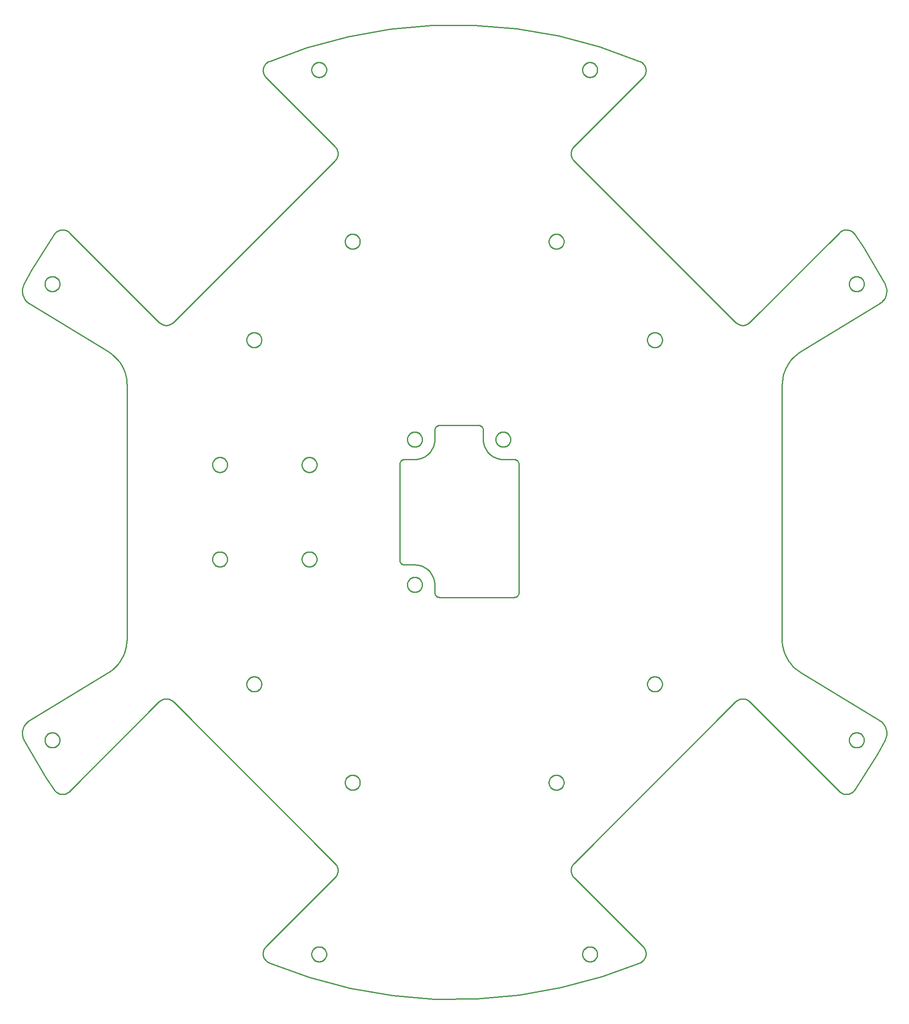
<source format=gbr>
G04 EAGLE Gerber RS-274X export*
G75*
%MOMM*%
%FSLAX34Y34*%
%LPD*%
%IN*%
%IPPOS*%
%AMOC8*
5,1,8,0,0,1.08239X$1,22.5*%
G01*
%ADD10C,0.254000*%


D10*
X-866020Y-458690D02*
X-822751Y-532425D01*
X-804940Y-558990D01*
X-803883Y-560379D01*
X-802710Y-561670D01*
X-801428Y-562854D01*
X-800048Y-563922D01*
X-798580Y-564865D01*
X-797036Y-565677D01*
X-795427Y-566351D01*
X-793765Y-566883D01*
X-792063Y-567267D01*
X-790334Y-567502D01*
X-788591Y-567585D01*
X-786847Y-567516D01*
X-785116Y-567295D01*
X-783411Y-566925D01*
X-781745Y-566407D01*
X-780131Y-565745D01*
X-778580Y-564946D01*
X-777104Y-564014D01*
X-775716Y-562958D01*
X-774424Y-561784D01*
X-774370Y-561730D01*
X-593960Y-381320D01*
X-592673Y-380141D01*
X-591289Y-379079D01*
X-589817Y-378141D01*
X-588269Y-377335D01*
X-586657Y-376667D01*
X-584992Y-376143D01*
X-583289Y-375765D01*
X-581558Y-375537D01*
X-579815Y-375461D01*
X-578072Y-375537D01*
X-576341Y-375765D01*
X-574638Y-376143D01*
X-572973Y-376667D01*
X-571361Y-377335D01*
X-569813Y-378141D01*
X-568341Y-379079D01*
X-566957Y-380141D01*
X-565670Y-381320D01*
X-240400Y-706580D01*
X-239221Y-707867D01*
X-238159Y-709251D01*
X-237221Y-710723D01*
X-236415Y-712271D01*
X-235747Y-713883D01*
X-235223Y-715548D01*
X-234845Y-717251D01*
X-234617Y-718982D01*
X-234541Y-720725D01*
X-234617Y-722468D01*
X-234845Y-724199D01*
X-235223Y-725902D01*
X-235747Y-727567D01*
X-236415Y-729179D01*
X-237221Y-730727D01*
X-238159Y-732199D01*
X-239221Y-733583D01*
X-240400Y-734870D01*
X-379250Y-873720D01*
X-380429Y-875006D01*
X-381491Y-876390D01*
X-382429Y-877861D01*
X-383235Y-879409D01*
X-383903Y-881021D01*
X-384428Y-882684D01*
X-384806Y-884388D01*
X-385034Y-886117D01*
X-385111Y-887861D01*
X-385035Y-889604D01*
X-384807Y-891333D01*
X-384430Y-893037D01*
X-383906Y-894701D01*
X-383239Y-896313D01*
X-382433Y-897861D01*
X-381496Y-899332D01*
X-380434Y-900717D01*
X-379256Y-902003D01*
X-377970Y-903182D01*
X-376586Y-904245D01*
X-375114Y-905183D01*
X-373567Y-905988D01*
X-372720Y-906360D01*
X-292312Y-935396D01*
X-209679Y-957313D01*
X-125451Y-971945D01*
X-40267Y-979181D01*
X45223Y-978964D01*
X130368Y-971298D01*
X214522Y-956240D01*
X297042Y-933904D01*
X372720Y-906360D01*
X374303Y-905626D01*
X375816Y-904758D01*
X377248Y-903760D01*
X378587Y-902642D01*
X379824Y-901412D01*
X380948Y-900078D01*
X381953Y-898651D01*
X382829Y-897142D01*
X383570Y-895563D01*
X384170Y-893925D01*
X384626Y-892240D01*
X384933Y-890523D01*
X385089Y-888785D01*
X385094Y-887040D01*
X384946Y-885302D01*
X384647Y-883583D01*
X384199Y-881897D01*
X383607Y-880256D01*
X382873Y-878673D01*
X382004Y-877160D01*
X381007Y-875728D01*
X379889Y-874389D01*
X379250Y-873720D01*
X240400Y-734870D01*
X239221Y-733583D01*
X238159Y-732199D01*
X237221Y-730727D01*
X236415Y-729179D01*
X235747Y-727567D01*
X235223Y-725902D01*
X234845Y-724199D01*
X234617Y-722468D01*
X234541Y-720725D01*
X234617Y-718982D01*
X234845Y-717251D01*
X235223Y-715548D01*
X235747Y-713883D01*
X236415Y-712271D01*
X237221Y-710723D01*
X238159Y-709251D01*
X239221Y-707867D01*
X240400Y-706580D01*
X565670Y-381320D01*
X566957Y-380141D01*
X568341Y-379079D01*
X569813Y-378141D01*
X571361Y-377335D01*
X572973Y-376667D01*
X574638Y-376143D01*
X576341Y-375765D01*
X578072Y-375537D01*
X579815Y-375461D01*
X581558Y-375537D01*
X583289Y-375765D01*
X584992Y-376143D01*
X586657Y-376667D01*
X588269Y-377335D01*
X589817Y-378141D01*
X591289Y-379079D01*
X592673Y-380141D01*
X593960Y-381320D01*
X774370Y-561730D01*
X775657Y-562909D01*
X777041Y-563970D01*
X778513Y-564908D01*
X780061Y-565713D01*
X781673Y-566380D01*
X783337Y-566905D01*
X785041Y-567282D01*
X786771Y-567510D01*
X788514Y-567585D01*
X790257Y-567509D01*
X791987Y-567281D01*
X793691Y-566903D01*
X795355Y-566378D01*
X796966Y-565710D01*
X798514Y-564904D01*
X799985Y-563966D01*
X801369Y-562903D01*
X802656Y-561724D01*
X803834Y-560438D01*
X804896Y-559053D01*
X804940Y-558990D01*
X850592Y-486706D01*
X866020Y-458690D01*
X867143Y-456326D01*
X868055Y-453873D01*
X868751Y-451350D01*
X869224Y-448776D01*
X869470Y-446170D01*
X869489Y-443553D01*
X869279Y-440944D01*
X868843Y-438363D01*
X868183Y-435831D01*
X867306Y-433365D01*
X866217Y-430985D01*
X864924Y-428709D01*
X863438Y-426555D01*
X861770Y-424538D01*
X859933Y-422674D01*
X857940Y-420978D01*
X855807Y-419462D01*
X855070Y-419000D01*
X697430Y-323360D01*
X691626Y-319484D01*
X686183Y-315116D01*
X681141Y-310291D01*
X676538Y-305045D01*
X672410Y-299417D01*
X668789Y-293451D01*
X665701Y-287192D01*
X663170Y-280688D01*
X661216Y-273988D01*
X659853Y-267144D01*
X659092Y-260206D01*
X658920Y-254960D01*
X658920Y254960D01*
X659224Y261932D01*
X660135Y268852D01*
X661646Y275665D01*
X663745Y282322D01*
X666415Y288769D01*
X669638Y294960D01*
X673388Y300846D01*
X677636Y306383D01*
X682351Y311528D01*
X687497Y316243D01*
X693034Y320492D01*
X697430Y323360D01*
X855070Y419000D01*
X857246Y420454D01*
X859287Y422092D01*
X861178Y423902D01*
X862904Y425869D01*
X864452Y427980D01*
X865810Y430217D01*
X866967Y432565D01*
X867916Y435004D01*
X868648Y437516D01*
X869159Y440083D01*
X869444Y442685D01*
X869502Y445301D01*
X869331Y447913D01*
X868933Y450500D01*
X868311Y453042D01*
X867470Y455520D01*
X866416Y457916D01*
X866020Y458690D01*
X822751Y532425D01*
X804940Y558990D01*
X803883Y560379D01*
X802710Y561670D01*
X801428Y562854D01*
X800048Y563922D01*
X798580Y564865D01*
X797036Y565677D01*
X795427Y566351D01*
X793765Y566883D01*
X792063Y567267D01*
X790334Y567502D01*
X788591Y567585D01*
X786847Y567516D01*
X785116Y567295D01*
X783411Y566925D01*
X781745Y566407D01*
X780131Y565745D01*
X778580Y564946D01*
X777104Y564014D01*
X775716Y562958D01*
X774424Y561784D01*
X774370Y561730D01*
X593960Y381320D01*
X592673Y380141D01*
X591289Y379079D01*
X589817Y378141D01*
X588269Y377335D01*
X586657Y376667D01*
X584992Y376143D01*
X583289Y375765D01*
X581558Y375537D01*
X579815Y375461D01*
X578072Y375537D01*
X576341Y375765D01*
X574638Y376143D01*
X572973Y376667D01*
X571361Y377335D01*
X569813Y378141D01*
X568341Y379079D01*
X566957Y380141D01*
X565670Y381320D01*
X240400Y706580D01*
X239221Y707867D01*
X238159Y709251D01*
X237221Y710723D01*
X236415Y712271D01*
X235747Y713883D01*
X235223Y715548D01*
X234845Y717251D01*
X234617Y718982D01*
X234541Y720725D01*
X234617Y722468D01*
X234845Y724199D01*
X235223Y725902D01*
X235747Y727567D01*
X236415Y729179D01*
X237221Y730727D01*
X238159Y732199D01*
X239221Y733583D01*
X240400Y734870D01*
X379250Y873720D01*
X380429Y875006D01*
X381491Y876390D01*
X382429Y877861D01*
X383235Y879409D01*
X383903Y881021D01*
X384428Y882684D01*
X384806Y884388D01*
X385034Y886117D01*
X385111Y887861D01*
X385035Y889604D01*
X384807Y891333D01*
X384430Y893037D01*
X383906Y894701D01*
X383239Y896313D01*
X382433Y897861D01*
X381496Y899332D01*
X380434Y900717D01*
X379256Y902003D01*
X377970Y903182D01*
X376586Y904245D01*
X375114Y905183D01*
X373567Y905988D01*
X372720Y906360D01*
X292312Y935396D01*
X209679Y957313D01*
X125451Y971945D01*
X40267Y979181D01*
X-45223Y978964D01*
X-130368Y971298D01*
X-214522Y956240D01*
X-297042Y933904D01*
X-372720Y906360D01*
X-374303Y905626D01*
X-375816Y904758D01*
X-377248Y903760D01*
X-378587Y902642D01*
X-379824Y901412D01*
X-380948Y900078D01*
X-381953Y898651D01*
X-382829Y897142D01*
X-383570Y895563D01*
X-384170Y893925D01*
X-384626Y892240D01*
X-384933Y890523D01*
X-385089Y888785D01*
X-385094Y887040D01*
X-384946Y885302D01*
X-384647Y883583D01*
X-384199Y881897D01*
X-383607Y880256D01*
X-382873Y878673D01*
X-382004Y877160D01*
X-381007Y875728D01*
X-379889Y874389D01*
X-379250Y873720D01*
X-240400Y734870D01*
X-239221Y733583D01*
X-238159Y732199D01*
X-237221Y730727D01*
X-236415Y729179D01*
X-235747Y727567D01*
X-235223Y725902D01*
X-234845Y724199D01*
X-234617Y722468D01*
X-234541Y720725D01*
X-234617Y718982D01*
X-234845Y717251D01*
X-235223Y715548D01*
X-235747Y713883D01*
X-236415Y712271D01*
X-237221Y710723D01*
X-238159Y709251D01*
X-239221Y707867D01*
X-240400Y706580D01*
X-565670Y381320D01*
X-566957Y380141D01*
X-568341Y379079D01*
X-569813Y378141D01*
X-571361Y377335D01*
X-572973Y376667D01*
X-574638Y376143D01*
X-576341Y375765D01*
X-578072Y375537D01*
X-579815Y375461D01*
X-581558Y375537D01*
X-583289Y375765D01*
X-584992Y376143D01*
X-586657Y376667D01*
X-588269Y377335D01*
X-589817Y378141D01*
X-591289Y379079D01*
X-592673Y380141D01*
X-593960Y381320D01*
X-774370Y561730D01*
X-775657Y562909D01*
X-777041Y563970D01*
X-778513Y564908D01*
X-780061Y565713D01*
X-781673Y566380D01*
X-783337Y566905D01*
X-785041Y567282D01*
X-786771Y567510D01*
X-788514Y567585D01*
X-790257Y567509D01*
X-791987Y567281D01*
X-793691Y566903D01*
X-795355Y566378D01*
X-796966Y565710D01*
X-798514Y564904D01*
X-799985Y563966D01*
X-801369Y562903D01*
X-802656Y561724D01*
X-803834Y560438D01*
X-804896Y559053D01*
X-804940Y558990D01*
X-850592Y486706D01*
X-866020Y458690D01*
X-867143Y456326D01*
X-868055Y453873D01*
X-868751Y451350D01*
X-869224Y448776D01*
X-869470Y446170D01*
X-869489Y443553D01*
X-869279Y440944D01*
X-868843Y438363D01*
X-868183Y435831D01*
X-867306Y433365D01*
X-866217Y430985D01*
X-864924Y428709D01*
X-863438Y426555D01*
X-861770Y424538D01*
X-859933Y422674D01*
X-857940Y420978D01*
X-855807Y419462D01*
X-855070Y419000D01*
X-697430Y323360D01*
X-691626Y319484D01*
X-686183Y315116D01*
X-681141Y310291D01*
X-676538Y305045D01*
X-672410Y299417D01*
X-668789Y293451D01*
X-665701Y287192D01*
X-663170Y280688D01*
X-661216Y273988D01*
X-659853Y267144D01*
X-659092Y260206D01*
X-658920Y254960D01*
X-658920Y-254960D01*
X-659224Y-261932D01*
X-660135Y-268852D01*
X-661646Y-275665D01*
X-663745Y-282322D01*
X-666415Y-288769D01*
X-669638Y-294960D01*
X-673388Y-300846D01*
X-677636Y-306383D01*
X-682351Y-311528D01*
X-687497Y-316243D01*
X-693034Y-320492D01*
X-697430Y-323360D01*
X-855070Y-419000D01*
X-857246Y-420454D01*
X-859287Y-422092D01*
X-861178Y-423902D01*
X-862904Y-425869D01*
X-864452Y-427980D01*
X-865810Y-430217D01*
X-866967Y-432565D01*
X-867916Y-435004D01*
X-868648Y-437516D01*
X-869159Y-440083D01*
X-869444Y-442685D01*
X-869502Y-445301D01*
X-869331Y-447913D01*
X-868933Y-450500D01*
X-868311Y-453042D01*
X-867470Y-455520D01*
X-866416Y-457916D01*
X-866020Y-458690D01*
X-110330Y-96130D02*
X-110292Y-97002D01*
X-110178Y-97866D01*
X-109989Y-98718D01*
X-109727Y-99550D01*
X-109393Y-100356D01*
X-108990Y-101130D01*
X-108522Y-101866D01*
X-107990Y-102558D01*
X-107401Y-103201D01*
X-106758Y-103790D01*
X-106066Y-104322D01*
X-105330Y-104790D01*
X-104556Y-105193D01*
X-103750Y-105527D01*
X-102918Y-105789D01*
X-102066Y-105978D01*
X-101202Y-106092D01*
X-100330Y-106130D01*
X-79880Y-106130D01*
X-76394Y-106282D01*
X-72934Y-106738D01*
X-69527Y-107493D01*
X-66199Y-108542D01*
X-62975Y-109878D01*
X-59880Y-111489D01*
X-56937Y-113364D01*
X-54169Y-115488D01*
X-51596Y-117846D01*
X-49238Y-120419D01*
X-47114Y-123187D01*
X-45239Y-126130D01*
X-43628Y-129225D01*
X-42292Y-132449D01*
X-41243Y-135777D01*
X-40488Y-139184D01*
X-40032Y-142644D01*
X-39880Y-146130D01*
X-39880Y-161530D01*
X-39842Y-162402D01*
X-39728Y-163266D01*
X-39539Y-164118D01*
X-39277Y-164950D01*
X-38943Y-165756D01*
X-38540Y-166530D01*
X-38072Y-167266D01*
X-37540Y-167958D01*
X-36951Y-168601D01*
X-36308Y-169190D01*
X-35616Y-169722D01*
X-34880Y-170190D01*
X-34106Y-170593D01*
X-33300Y-170927D01*
X-32468Y-171189D01*
X-31616Y-171378D01*
X-30752Y-171492D01*
X-29880Y-171530D01*
X119670Y-171530D01*
X120542Y-171492D01*
X121406Y-171378D01*
X122258Y-171189D01*
X123090Y-170927D01*
X123896Y-170593D01*
X124670Y-170190D01*
X125406Y-169722D01*
X126098Y-169190D01*
X126741Y-168601D01*
X127330Y-167958D01*
X127862Y-167266D01*
X128330Y-166530D01*
X128733Y-165756D01*
X129067Y-164950D01*
X129329Y-164118D01*
X129518Y-163266D01*
X129632Y-162402D01*
X129670Y-161530D01*
X129670Y95970D01*
X129632Y96842D01*
X129518Y97706D01*
X129329Y98558D01*
X129067Y99390D01*
X128733Y100196D01*
X128330Y100970D01*
X127862Y101706D01*
X127330Y102398D01*
X126741Y103041D01*
X126098Y103630D01*
X125406Y104162D01*
X124670Y104630D01*
X123896Y105033D01*
X123090Y105367D01*
X122258Y105629D01*
X121406Y105818D01*
X120542Y105932D01*
X119670Y105970D01*
X97920Y105970D01*
X94434Y106122D01*
X90974Y106578D01*
X87567Y107333D01*
X84239Y108382D01*
X81015Y109718D01*
X77920Y111329D01*
X74977Y113204D01*
X72209Y115328D01*
X69636Y117686D01*
X67278Y120259D01*
X65154Y123027D01*
X63279Y125970D01*
X61668Y129065D01*
X60332Y132289D01*
X59283Y135617D01*
X58528Y139024D01*
X58072Y142484D01*
X57920Y145970D01*
X57920Y164470D01*
X57882Y165342D01*
X57768Y166206D01*
X57579Y167058D01*
X57317Y167890D01*
X56983Y168696D01*
X56580Y169470D01*
X56112Y170206D01*
X55580Y170898D01*
X54991Y171541D01*
X54348Y172130D01*
X53656Y172662D01*
X52920Y173130D01*
X52146Y173533D01*
X51340Y173867D01*
X50508Y174129D01*
X49656Y174318D01*
X48792Y174432D01*
X47920Y174470D01*
X-29880Y174470D01*
X-30752Y174432D01*
X-31616Y174318D01*
X-32468Y174129D01*
X-33300Y173867D01*
X-34106Y173533D01*
X-34880Y173130D01*
X-35616Y172662D01*
X-36308Y172130D01*
X-36951Y171541D01*
X-37540Y170898D01*
X-38072Y170206D01*
X-38540Y169470D01*
X-38943Y168696D01*
X-39277Y167890D01*
X-39539Y167058D01*
X-39728Y166206D01*
X-39842Y165342D01*
X-39880Y164470D01*
X-39880Y145970D01*
X-40032Y142484D01*
X-40488Y139024D01*
X-41243Y135617D01*
X-42292Y132289D01*
X-43628Y129065D01*
X-45239Y125970D01*
X-47114Y123027D01*
X-49238Y120259D01*
X-51596Y117686D01*
X-54169Y115328D01*
X-56937Y113204D01*
X-59880Y111329D01*
X-62975Y109718D01*
X-66199Y108382D01*
X-69527Y107333D01*
X-72934Y106578D01*
X-76394Y106122D01*
X-79880Y105970D01*
X-100330Y105970D01*
X-101202Y105932D01*
X-102066Y105818D01*
X-102918Y105629D01*
X-103750Y105367D01*
X-104556Y105033D01*
X-105330Y104630D01*
X-106066Y104162D01*
X-106758Y103630D01*
X-107401Y103041D01*
X-107990Y102398D01*
X-108522Y101706D01*
X-108990Y100970D01*
X-109393Y100196D01*
X-109727Y99390D01*
X-109989Y98558D01*
X-110178Y97706D01*
X-110292Y96842D01*
X-110330Y95970D01*
X-110330Y-96130D01*
X-110330Y-96130D02*
X-110292Y-97002D01*
X-110178Y-97866D01*
X-109989Y-98718D01*
X-109727Y-99550D01*
X-109393Y-100356D01*
X-108990Y-101130D01*
X-108522Y-101866D01*
X-107990Y-102558D01*
X-107401Y-103201D01*
X-106758Y-103790D01*
X-106066Y-104322D01*
X-105330Y-104790D01*
X-104556Y-105193D01*
X-103750Y-105527D01*
X-102918Y-105789D01*
X-102066Y-105978D01*
X-101202Y-106092D01*
X-100330Y-106130D01*
X-79880Y-106130D01*
X-76394Y-106282D01*
X-72934Y-106738D01*
X-69527Y-107493D01*
X-66199Y-108542D01*
X-62975Y-109878D01*
X-59880Y-111489D01*
X-56937Y-113364D01*
X-54169Y-115488D01*
X-51596Y-117846D01*
X-49238Y-120419D01*
X-47114Y-123187D01*
X-45239Y-126130D01*
X-43628Y-129225D01*
X-42292Y-132449D01*
X-41243Y-135777D01*
X-40488Y-139184D01*
X-40032Y-142644D01*
X-39880Y-146130D01*
X-39880Y-161530D01*
X-39842Y-162402D01*
X-39728Y-163266D01*
X-39539Y-164118D01*
X-39277Y-164950D01*
X-38943Y-165756D01*
X-38540Y-166530D01*
X-38072Y-167266D01*
X-37540Y-167958D01*
X-36951Y-168601D01*
X-36308Y-169190D01*
X-35616Y-169722D01*
X-34880Y-170190D01*
X-34106Y-170593D01*
X-33300Y-170927D01*
X-32468Y-171189D01*
X-31616Y-171378D01*
X-30752Y-171492D01*
X-29880Y-171530D01*
X119670Y-171530D01*
X120542Y-171492D01*
X121406Y-171378D01*
X122258Y-171189D01*
X123090Y-170927D01*
X123896Y-170593D01*
X124670Y-170190D01*
X125406Y-169722D01*
X126098Y-169190D01*
X126741Y-168601D01*
X127330Y-167958D01*
X127862Y-167266D01*
X128330Y-166530D01*
X128733Y-165756D01*
X129067Y-164950D01*
X129329Y-164118D01*
X129518Y-163266D01*
X129632Y-162402D01*
X129670Y-161530D01*
X129670Y95970D01*
X129632Y96842D01*
X129518Y97706D01*
X129329Y98558D01*
X129067Y99390D01*
X128733Y100196D01*
X128330Y100970D01*
X127862Y101706D01*
X127330Y102398D01*
X126741Y103041D01*
X126098Y103630D01*
X125406Y104162D01*
X124670Y104630D01*
X123896Y105033D01*
X123090Y105367D01*
X122258Y105629D01*
X121406Y105818D01*
X120542Y105932D01*
X119670Y105970D01*
X97920Y105970D01*
X94434Y106122D01*
X90974Y106578D01*
X87567Y107333D01*
X84239Y108382D01*
X81015Y109718D01*
X77920Y111329D01*
X74977Y113204D01*
X72209Y115328D01*
X69636Y117686D01*
X67278Y120259D01*
X65154Y123027D01*
X63279Y125970D01*
X61668Y129065D01*
X60332Y132289D01*
X59283Y135617D01*
X58528Y139024D01*
X58072Y142484D01*
X57920Y145970D01*
X57920Y164470D01*
X57882Y165342D01*
X57768Y166206D01*
X57579Y167058D01*
X57317Y167890D01*
X56983Y168696D01*
X56580Y169470D01*
X56112Y170206D01*
X55580Y170898D01*
X54991Y171541D01*
X54348Y172130D01*
X53656Y172662D01*
X52920Y173130D01*
X52146Y173533D01*
X51340Y173867D01*
X50508Y174129D01*
X49656Y174318D01*
X48792Y174432D01*
X47920Y174470D01*
X-29880Y174470D01*
X-30752Y174432D01*
X-31616Y174318D01*
X-32468Y174129D01*
X-33300Y173867D01*
X-34106Y173533D01*
X-34880Y173130D01*
X-35616Y172662D01*
X-36308Y172130D01*
X-36951Y171541D01*
X-37540Y170898D01*
X-38072Y170206D01*
X-38540Y169470D01*
X-38943Y168696D01*
X-39277Y167890D01*
X-39539Y167058D01*
X-39728Y166206D01*
X-39842Y165342D01*
X-39880Y164470D01*
X-39880Y145970D01*
X-40032Y142484D01*
X-40488Y139024D01*
X-41243Y135617D01*
X-42292Y132289D01*
X-43628Y129065D01*
X-45239Y125970D01*
X-47114Y123027D01*
X-49238Y120259D01*
X-51596Y117686D01*
X-54169Y115328D01*
X-56937Y113204D01*
X-59880Y111329D01*
X-62975Y109718D01*
X-66199Y108382D01*
X-69527Y107333D01*
X-72934Y106578D01*
X-76394Y106122D01*
X-79880Y105970D01*
X-100330Y105970D01*
X-101202Y105932D01*
X-102066Y105818D01*
X-102918Y105629D01*
X-103750Y105367D01*
X-104556Y105033D01*
X-105330Y104630D01*
X-106066Y104162D01*
X-106758Y103630D01*
X-107401Y103041D01*
X-107990Y102398D01*
X-108522Y101706D01*
X-108990Y100970D01*
X-109393Y100196D01*
X-109727Y99390D01*
X-109989Y98558D01*
X-110178Y97706D01*
X-110292Y96842D01*
X-110330Y95970D01*
X-110330Y-96130D01*
X824070Y458044D02*
X824070Y459116D01*
X823994Y460184D01*
X823841Y461245D01*
X823613Y462292D01*
X823311Y463320D01*
X822937Y464324D01*
X822492Y465299D01*
X821978Y466239D01*
X821399Y467140D01*
X820757Y467998D01*
X820055Y468808D01*
X819298Y469565D01*
X818488Y470267D01*
X817630Y470909D01*
X816729Y471488D01*
X815789Y472002D01*
X814814Y472447D01*
X813810Y472821D01*
X812782Y473123D01*
X811735Y473351D01*
X810674Y473504D01*
X809606Y473580D01*
X808534Y473580D01*
X807466Y473504D01*
X806405Y473351D01*
X805358Y473123D01*
X804330Y472821D01*
X803326Y472447D01*
X802351Y472002D01*
X801411Y471488D01*
X800510Y470909D01*
X799652Y470267D01*
X798842Y469565D01*
X798085Y468808D01*
X797383Y467998D01*
X796741Y467140D01*
X796162Y466239D01*
X795648Y465299D01*
X795203Y464324D01*
X794829Y463320D01*
X794527Y462292D01*
X794299Y461245D01*
X794146Y460184D01*
X794070Y459116D01*
X794070Y458044D01*
X794146Y456976D01*
X794299Y455915D01*
X794527Y454868D01*
X794829Y453840D01*
X795203Y452836D01*
X795648Y451861D01*
X796162Y450921D01*
X796741Y450020D01*
X797383Y449162D01*
X798085Y448352D01*
X798842Y447595D01*
X799652Y446893D01*
X800510Y446251D01*
X801411Y445672D01*
X802351Y445158D01*
X803326Y444713D01*
X804330Y444339D01*
X805358Y444037D01*
X806405Y443809D01*
X807466Y443656D01*
X808534Y443580D01*
X809606Y443580D01*
X810674Y443656D01*
X811735Y443809D01*
X812782Y444037D01*
X813810Y444339D01*
X814814Y444713D01*
X815789Y445158D01*
X816729Y445672D01*
X817630Y446251D01*
X818488Y446893D01*
X819298Y447595D01*
X820055Y448352D01*
X820757Y449162D01*
X821399Y450020D01*
X821978Y450921D01*
X822492Y451861D01*
X822937Y452836D01*
X823311Y453840D01*
X823613Y454868D01*
X823841Y455915D01*
X823994Y456976D01*
X824070Y458044D01*
X-794070Y458044D02*
X-794146Y456976D01*
X-794299Y455915D01*
X-794527Y454868D01*
X-794829Y453840D01*
X-795203Y452836D01*
X-795648Y451861D01*
X-796162Y450921D01*
X-796741Y450020D01*
X-797383Y449162D01*
X-798085Y448352D01*
X-798842Y447595D01*
X-799652Y446893D01*
X-800510Y446251D01*
X-801411Y445672D01*
X-802351Y445158D01*
X-803326Y444713D01*
X-804330Y444339D01*
X-805358Y444037D01*
X-806405Y443809D01*
X-807466Y443656D01*
X-808534Y443580D01*
X-809606Y443580D01*
X-810674Y443656D01*
X-811735Y443809D01*
X-812782Y444037D01*
X-813810Y444339D01*
X-814814Y444713D01*
X-815789Y445158D01*
X-816729Y445672D01*
X-817630Y446251D01*
X-818488Y446893D01*
X-819298Y447595D01*
X-820055Y448352D01*
X-820757Y449162D01*
X-821399Y450020D01*
X-821978Y450921D01*
X-822492Y451861D01*
X-822937Y452836D01*
X-823311Y453840D01*
X-823613Y454868D01*
X-823841Y455915D01*
X-823994Y456976D01*
X-824070Y458044D01*
X-824070Y459116D01*
X-823994Y460184D01*
X-823841Y461245D01*
X-823613Y462292D01*
X-823311Y463320D01*
X-822937Y464324D01*
X-822492Y465299D01*
X-821978Y466239D01*
X-821399Y467140D01*
X-820757Y467998D01*
X-820055Y468808D01*
X-819298Y469565D01*
X-818488Y470267D01*
X-817630Y470909D01*
X-816729Y471488D01*
X-815789Y472002D01*
X-814814Y472447D01*
X-813810Y472821D01*
X-812782Y473123D01*
X-811735Y473351D01*
X-810674Y473504D01*
X-809606Y473580D01*
X-808534Y473580D01*
X-807466Y473504D01*
X-806405Y473351D01*
X-805358Y473123D01*
X-804330Y472821D01*
X-803326Y472447D01*
X-802351Y472002D01*
X-801411Y471488D01*
X-800510Y470909D01*
X-799652Y470267D01*
X-798842Y469565D01*
X-798085Y468808D01*
X-797383Y467998D01*
X-796741Y467140D01*
X-796162Y466239D01*
X-795648Y465299D01*
X-795203Y464324D01*
X-794829Y463320D01*
X-794527Y462292D01*
X-794299Y461245D01*
X-794146Y460184D01*
X-794070Y459116D01*
X-794070Y458044D01*
X-794070Y-459116D02*
X-794146Y-460184D01*
X-794299Y-461245D01*
X-794527Y-462292D01*
X-794829Y-463320D01*
X-795203Y-464324D01*
X-795648Y-465299D01*
X-796162Y-466239D01*
X-796741Y-467140D01*
X-797383Y-467998D01*
X-798085Y-468808D01*
X-798842Y-469565D01*
X-799652Y-470267D01*
X-800510Y-470909D01*
X-801411Y-471488D01*
X-802351Y-472002D01*
X-803326Y-472447D01*
X-804330Y-472821D01*
X-805358Y-473123D01*
X-806405Y-473351D01*
X-807466Y-473504D01*
X-808534Y-473580D01*
X-809606Y-473580D01*
X-810674Y-473504D01*
X-811735Y-473351D01*
X-812782Y-473123D01*
X-813810Y-472821D01*
X-814814Y-472447D01*
X-815789Y-472002D01*
X-816729Y-471488D01*
X-817630Y-470909D01*
X-818488Y-470267D01*
X-819298Y-469565D01*
X-820055Y-468808D01*
X-820757Y-467998D01*
X-821399Y-467140D01*
X-821978Y-466239D01*
X-822492Y-465299D01*
X-822937Y-464324D01*
X-823311Y-463320D01*
X-823613Y-462292D01*
X-823841Y-461245D01*
X-823994Y-460184D01*
X-824070Y-459116D01*
X-824070Y-458044D01*
X-823994Y-456976D01*
X-823841Y-455915D01*
X-823613Y-454868D01*
X-823311Y-453840D01*
X-822937Y-452836D01*
X-822492Y-451861D01*
X-821978Y-450921D01*
X-821399Y-450020D01*
X-820757Y-449162D01*
X-820055Y-448352D01*
X-819298Y-447595D01*
X-818488Y-446893D01*
X-817630Y-446251D01*
X-816729Y-445672D01*
X-815789Y-445158D01*
X-814814Y-444713D01*
X-813810Y-444339D01*
X-812782Y-444037D01*
X-811735Y-443809D01*
X-810674Y-443656D01*
X-809606Y-443580D01*
X-808534Y-443580D01*
X-807466Y-443656D01*
X-806405Y-443809D01*
X-805358Y-444037D01*
X-804330Y-444339D01*
X-803326Y-444713D01*
X-802351Y-445158D01*
X-801411Y-445672D01*
X-800510Y-446251D01*
X-799652Y-446893D01*
X-798842Y-447595D01*
X-798085Y-448352D01*
X-797383Y-449162D01*
X-796741Y-450020D01*
X-796162Y-450921D01*
X-795648Y-451861D01*
X-795203Y-452836D01*
X-794829Y-453840D01*
X-794527Y-454868D01*
X-794299Y-455915D01*
X-794146Y-456976D01*
X-794070Y-458044D01*
X-794070Y-459116D01*
X-388040Y-346496D02*
X-388116Y-347564D01*
X-388269Y-348625D01*
X-388497Y-349672D01*
X-388799Y-350700D01*
X-389173Y-351704D01*
X-389618Y-352679D01*
X-390132Y-353619D01*
X-390711Y-354520D01*
X-391353Y-355378D01*
X-392055Y-356188D01*
X-392812Y-356945D01*
X-393622Y-357647D01*
X-394480Y-358289D01*
X-395381Y-358868D01*
X-396321Y-359382D01*
X-397296Y-359827D01*
X-398300Y-360201D01*
X-399328Y-360503D01*
X-400375Y-360731D01*
X-401436Y-360884D01*
X-402504Y-360960D01*
X-403576Y-360960D01*
X-404644Y-360884D01*
X-405705Y-360731D01*
X-406752Y-360503D01*
X-407780Y-360201D01*
X-408784Y-359827D01*
X-409759Y-359382D01*
X-410699Y-358868D01*
X-411600Y-358289D01*
X-412458Y-357647D01*
X-413268Y-356945D01*
X-414025Y-356188D01*
X-414727Y-355378D01*
X-415369Y-354520D01*
X-415948Y-353619D01*
X-416462Y-352679D01*
X-416907Y-351704D01*
X-417281Y-350700D01*
X-417583Y-349672D01*
X-417811Y-348625D01*
X-417964Y-347564D01*
X-418040Y-346496D01*
X-418040Y-345424D01*
X-417964Y-344356D01*
X-417811Y-343295D01*
X-417583Y-342248D01*
X-417281Y-341220D01*
X-416907Y-340216D01*
X-416462Y-339241D01*
X-415948Y-338301D01*
X-415369Y-337400D01*
X-414727Y-336542D01*
X-414025Y-335732D01*
X-413268Y-334975D01*
X-412458Y-334273D01*
X-411600Y-333631D01*
X-410699Y-333052D01*
X-409759Y-332538D01*
X-408784Y-332093D01*
X-407780Y-331719D01*
X-406752Y-331417D01*
X-405705Y-331189D01*
X-404644Y-331036D01*
X-403576Y-330960D01*
X-402504Y-330960D01*
X-401436Y-331036D01*
X-400375Y-331189D01*
X-399328Y-331417D01*
X-398300Y-331719D01*
X-397296Y-332093D01*
X-396321Y-332538D01*
X-395381Y-333052D01*
X-394480Y-333631D01*
X-393622Y-334273D01*
X-392812Y-334975D01*
X-392055Y-335732D01*
X-391353Y-336542D01*
X-390711Y-337400D01*
X-390132Y-338301D01*
X-389618Y-339241D01*
X-389173Y-340216D01*
X-388799Y-341220D01*
X-388497Y-342248D01*
X-388269Y-343295D01*
X-388116Y-344356D01*
X-388040Y-345424D01*
X-388040Y-346496D01*
X-456920Y-95536D02*
X-456996Y-96604D01*
X-457149Y-97665D01*
X-457377Y-98712D01*
X-457679Y-99740D01*
X-458053Y-100744D01*
X-458498Y-101719D01*
X-459012Y-102659D01*
X-459591Y-103560D01*
X-460233Y-104418D01*
X-460935Y-105228D01*
X-461692Y-105985D01*
X-462502Y-106687D01*
X-463360Y-107329D01*
X-464261Y-107908D01*
X-465201Y-108422D01*
X-466176Y-108867D01*
X-467180Y-109241D01*
X-468208Y-109543D01*
X-469255Y-109771D01*
X-470316Y-109924D01*
X-471384Y-110000D01*
X-472456Y-110000D01*
X-473524Y-109924D01*
X-474585Y-109771D01*
X-475632Y-109543D01*
X-476660Y-109241D01*
X-477664Y-108867D01*
X-478639Y-108422D01*
X-479579Y-107908D01*
X-480480Y-107329D01*
X-481338Y-106687D01*
X-482148Y-105985D01*
X-482905Y-105228D01*
X-483607Y-104418D01*
X-484249Y-103560D01*
X-484828Y-102659D01*
X-485342Y-101719D01*
X-485787Y-100744D01*
X-486161Y-99740D01*
X-486463Y-98712D01*
X-486691Y-97665D01*
X-486844Y-96604D01*
X-486920Y-95536D01*
X-486920Y-94464D01*
X-486844Y-93396D01*
X-486691Y-92335D01*
X-486463Y-91288D01*
X-486161Y-90260D01*
X-485787Y-89256D01*
X-485342Y-88281D01*
X-484828Y-87341D01*
X-484249Y-86440D01*
X-483607Y-85582D01*
X-482905Y-84772D01*
X-482148Y-84015D01*
X-481338Y-83313D01*
X-480480Y-82671D01*
X-479579Y-82092D01*
X-478639Y-81578D01*
X-477664Y-81133D01*
X-476660Y-80759D01*
X-475632Y-80457D01*
X-474585Y-80229D01*
X-473524Y-80076D01*
X-472456Y-80000D01*
X-471384Y-80000D01*
X-470316Y-80076D01*
X-469255Y-80229D01*
X-468208Y-80457D01*
X-467180Y-80759D01*
X-466176Y-81133D01*
X-465201Y-81578D01*
X-464261Y-82092D01*
X-463360Y-82671D01*
X-462502Y-83313D01*
X-461692Y-84015D01*
X-460935Y-84772D01*
X-460233Y-85582D01*
X-459591Y-86440D01*
X-459012Y-87341D01*
X-458498Y-88281D01*
X-458053Y-89256D01*
X-457679Y-90260D01*
X-457377Y-91288D01*
X-457149Y-92335D01*
X-456996Y-93396D01*
X-456920Y-94464D01*
X-456920Y-95536D01*
X-276920Y-95536D02*
X-276996Y-96604D01*
X-277149Y-97665D01*
X-277377Y-98712D01*
X-277679Y-99740D01*
X-278053Y-100744D01*
X-278498Y-101719D01*
X-279012Y-102659D01*
X-279591Y-103560D01*
X-280233Y-104418D01*
X-280935Y-105228D01*
X-281692Y-105985D01*
X-282502Y-106687D01*
X-283360Y-107329D01*
X-284261Y-107908D01*
X-285201Y-108422D01*
X-286176Y-108867D01*
X-287180Y-109241D01*
X-288208Y-109543D01*
X-289255Y-109771D01*
X-290316Y-109924D01*
X-291384Y-110000D01*
X-292456Y-110000D01*
X-293524Y-109924D01*
X-294585Y-109771D01*
X-295632Y-109543D01*
X-296660Y-109241D01*
X-297664Y-108867D01*
X-298639Y-108422D01*
X-299579Y-107908D01*
X-300480Y-107329D01*
X-301338Y-106687D01*
X-302148Y-105985D01*
X-302905Y-105228D01*
X-303607Y-104418D01*
X-304249Y-103560D01*
X-304828Y-102659D01*
X-305342Y-101719D01*
X-305787Y-100744D01*
X-306161Y-99740D01*
X-306463Y-98712D01*
X-306691Y-97665D01*
X-306844Y-96604D01*
X-306920Y-95536D01*
X-306920Y-94464D01*
X-306844Y-93396D01*
X-306691Y-92335D01*
X-306463Y-91288D01*
X-306161Y-90260D01*
X-305787Y-89256D01*
X-305342Y-88281D01*
X-304828Y-87341D01*
X-304249Y-86440D01*
X-303607Y-85582D01*
X-302905Y-84772D01*
X-302148Y-84015D01*
X-301338Y-83313D01*
X-300480Y-82671D01*
X-299579Y-82092D01*
X-298639Y-81578D01*
X-297664Y-81133D01*
X-296660Y-80759D01*
X-295632Y-80457D01*
X-294585Y-80229D01*
X-293524Y-80076D01*
X-292456Y-80000D01*
X-291384Y-80000D01*
X-290316Y-80076D01*
X-289255Y-80229D01*
X-288208Y-80457D01*
X-287180Y-80759D01*
X-286176Y-81133D01*
X-285201Y-81578D01*
X-284261Y-82092D01*
X-283360Y-82671D01*
X-282502Y-83313D01*
X-281692Y-84015D01*
X-280935Y-84772D01*
X-280233Y-85582D01*
X-279591Y-86440D01*
X-279012Y-87341D01*
X-278498Y-88281D01*
X-278053Y-89256D01*
X-277679Y-90260D01*
X-277377Y-91288D01*
X-277149Y-92335D01*
X-276996Y-93396D01*
X-276920Y-94464D01*
X-276920Y-95536D01*
X-276920Y94464D02*
X-276996Y93396D01*
X-277149Y92335D01*
X-277377Y91288D01*
X-277679Y90260D01*
X-278053Y89256D01*
X-278498Y88281D01*
X-279012Y87341D01*
X-279591Y86440D01*
X-280233Y85582D01*
X-280935Y84772D01*
X-281692Y84015D01*
X-282502Y83313D01*
X-283360Y82671D01*
X-284261Y82092D01*
X-285201Y81578D01*
X-286176Y81133D01*
X-287180Y80759D01*
X-288208Y80457D01*
X-289255Y80229D01*
X-290316Y80076D01*
X-291384Y80000D01*
X-292456Y80000D01*
X-293524Y80076D01*
X-294585Y80229D01*
X-295632Y80457D01*
X-296660Y80759D01*
X-297664Y81133D01*
X-298639Y81578D01*
X-299579Y82092D01*
X-300480Y82671D01*
X-301338Y83313D01*
X-302148Y84015D01*
X-302905Y84772D01*
X-303607Y85582D01*
X-304249Y86440D01*
X-304828Y87341D01*
X-305342Y88281D01*
X-305787Y89256D01*
X-306161Y90260D01*
X-306463Y91288D01*
X-306691Y92335D01*
X-306844Y93396D01*
X-306920Y94464D01*
X-306920Y95536D01*
X-306844Y96604D01*
X-306691Y97665D01*
X-306463Y98712D01*
X-306161Y99740D01*
X-305787Y100744D01*
X-305342Y101719D01*
X-304828Y102659D01*
X-304249Y103560D01*
X-303607Y104418D01*
X-302905Y105228D01*
X-302148Y105985D01*
X-301338Y106687D01*
X-300480Y107329D01*
X-299579Y107908D01*
X-298639Y108422D01*
X-297664Y108867D01*
X-296660Y109241D01*
X-295632Y109543D01*
X-294585Y109771D01*
X-293524Y109924D01*
X-292456Y110000D01*
X-291384Y110000D01*
X-290316Y109924D01*
X-289255Y109771D01*
X-288208Y109543D01*
X-287180Y109241D01*
X-286176Y108867D01*
X-285201Y108422D01*
X-284261Y107908D01*
X-283360Y107329D01*
X-282502Y106687D01*
X-281692Y105985D01*
X-280935Y105228D01*
X-280233Y104418D01*
X-279591Y103560D01*
X-279012Y102659D01*
X-278498Y101719D01*
X-278053Y100744D01*
X-277679Y99740D01*
X-277377Y98712D01*
X-277149Y97665D01*
X-276996Y96604D01*
X-276920Y95536D01*
X-276920Y94464D01*
X-456920Y94464D02*
X-456996Y93396D01*
X-457149Y92335D01*
X-457377Y91288D01*
X-457679Y90260D01*
X-458053Y89256D01*
X-458498Y88281D01*
X-459012Y87341D01*
X-459591Y86440D01*
X-460233Y85582D01*
X-460935Y84772D01*
X-461692Y84015D01*
X-462502Y83313D01*
X-463360Y82671D01*
X-464261Y82092D01*
X-465201Y81578D01*
X-466176Y81133D01*
X-467180Y80759D01*
X-468208Y80457D01*
X-469255Y80229D01*
X-470316Y80076D01*
X-471384Y80000D01*
X-472456Y80000D01*
X-473524Y80076D01*
X-474585Y80229D01*
X-475632Y80457D01*
X-476660Y80759D01*
X-477664Y81133D01*
X-478639Y81578D01*
X-479579Y82092D01*
X-480480Y82671D01*
X-481338Y83313D01*
X-482148Y84015D01*
X-482905Y84772D01*
X-483607Y85582D01*
X-484249Y86440D01*
X-484828Y87341D01*
X-485342Y88281D01*
X-485787Y89256D01*
X-486161Y90260D01*
X-486463Y91288D01*
X-486691Y92335D01*
X-486844Y93396D01*
X-486920Y94464D01*
X-486920Y95536D01*
X-486844Y96604D01*
X-486691Y97665D01*
X-486463Y98712D01*
X-486161Y99740D01*
X-485787Y100744D01*
X-485342Y101719D01*
X-484828Y102659D01*
X-484249Y103560D01*
X-483607Y104418D01*
X-482905Y105228D01*
X-482148Y105985D01*
X-481338Y106687D01*
X-480480Y107329D01*
X-479579Y107908D01*
X-478639Y108422D01*
X-477664Y108867D01*
X-476660Y109241D01*
X-475632Y109543D01*
X-474585Y109771D01*
X-473524Y109924D01*
X-472456Y110000D01*
X-471384Y110000D01*
X-470316Y109924D01*
X-469255Y109771D01*
X-468208Y109543D01*
X-467180Y109241D01*
X-466176Y108867D01*
X-465201Y108422D01*
X-464261Y107908D01*
X-463360Y107329D01*
X-462502Y106687D01*
X-461692Y105985D01*
X-460935Y105228D01*
X-460233Y104418D01*
X-459591Y103560D01*
X-459012Y102659D01*
X-458498Y101719D01*
X-458053Y100744D01*
X-457679Y99740D01*
X-457377Y98712D01*
X-457149Y97665D01*
X-456996Y96604D01*
X-456920Y95536D01*
X-456920Y94464D01*
X-64880Y145434D02*
X-64956Y144366D01*
X-65109Y143305D01*
X-65337Y142258D01*
X-65639Y141230D01*
X-66013Y140226D01*
X-66458Y139251D01*
X-66972Y138311D01*
X-67551Y137410D01*
X-68193Y136552D01*
X-68895Y135742D01*
X-69652Y134985D01*
X-70462Y134283D01*
X-71320Y133641D01*
X-72221Y133062D01*
X-73161Y132548D01*
X-74136Y132103D01*
X-75140Y131729D01*
X-76168Y131427D01*
X-77215Y131199D01*
X-78276Y131046D01*
X-79344Y130970D01*
X-80416Y130970D01*
X-81484Y131046D01*
X-82545Y131199D01*
X-83592Y131427D01*
X-84620Y131729D01*
X-85624Y132103D01*
X-86599Y132548D01*
X-87539Y133062D01*
X-88440Y133641D01*
X-89298Y134283D01*
X-90108Y134985D01*
X-90865Y135742D01*
X-91567Y136552D01*
X-92209Y137410D01*
X-92788Y138311D01*
X-93302Y139251D01*
X-93747Y140226D01*
X-94121Y141230D01*
X-94423Y142258D01*
X-94651Y143305D01*
X-94804Y144366D01*
X-94880Y145434D01*
X-94880Y146506D01*
X-94804Y147574D01*
X-94651Y148635D01*
X-94423Y149682D01*
X-94121Y150710D01*
X-93747Y151714D01*
X-93302Y152689D01*
X-92788Y153629D01*
X-92209Y154530D01*
X-91567Y155388D01*
X-90865Y156198D01*
X-90108Y156955D01*
X-89298Y157657D01*
X-88440Y158299D01*
X-87539Y158878D01*
X-86599Y159392D01*
X-85624Y159837D01*
X-84620Y160211D01*
X-83592Y160513D01*
X-82545Y160741D01*
X-81484Y160894D01*
X-80416Y160970D01*
X-79344Y160970D01*
X-78276Y160894D01*
X-77215Y160741D01*
X-76168Y160513D01*
X-75140Y160211D01*
X-74136Y159837D01*
X-73161Y159392D01*
X-72221Y158878D01*
X-71320Y158299D01*
X-70462Y157657D01*
X-69652Y156955D01*
X-68895Y156198D01*
X-68193Y155388D01*
X-67551Y154530D01*
X-66972Y153629D01*
X-66458Y152689D01*
X-66013Y151714D01*
X-65639Y150710D01*
X-65337Y149682D01*
X-65109Y148635D01*
X-64956Y147574D01*
X-64880Y146506D01*
X-64880Y145434D01*
X-64880Y-146666D02*
X-64956Y-147734D01*
X-65109Y-148795D01*
X-65337Y-149842D01*
X-65639Y-150870D01*
X-66013Y-151874D01*
X-66458Y-152849D01*
X-66972Y-153789D01*
X-67551Y-154690D01*
X-68193Y-155548D01*
X-68895Y-156358D01*
X-69652Y-157115D01*
X-70462Y-157817D01*
X-71320Y-158459D01*
X-72221Y-159038D01*
X-73161Y-159552D01*
X-74136Y-159997D01*
X-75140Y-160371D01*
X-76168Y-160673D01*
X-77215Y-160901D01*
X-78276Y-161054D01*
X-79344Y-161130D01*
X-80416Y-161130D01*
X-81484Y-161054D01*
X-82545Y-160901D01*
X-83592Y-160673D01*
X-84620Y-160371D01*
X-85624Y-159997D01*
X-86599Y-159552D01*
X-87539Y-159038D01*
X-88440Y-158459D01*
X-89298Y-157817D01*
X-90108Y-157115D01*
X-90865Y-156358D01*
X-91567Y-155548D01*
X-92209Y-154690D01*
X-92788Y-153789D01*
X-93302Y-152849D01*
X-93747Y-151874D01*
X-94121Y-150870D01*
X-94423Y-149842D01*
X-94651Y-148795D01*
X-94804Y-147734D01*
X-94880Y-146666D01*
X-94880Y-145594D01*
X-94804Y-144526D01*
X-94651Y-143465D01*
X-94423Y-142418D01*
X-94121Y-141390D01*
X-93747Y-140386D01*
X-93302Y-139411D01*
X-92788Y-138471D01*
X-92209Y-137570D01*
X-91567Y-136712D01*
X-90865Y-135902D01*
X-90108Y-135145D01*
X-89298Y-134443D01*
X-88440Y-133801D01*
X-87539Y-133222D01*
X-86599Y-132708D01*
X-85624Y-132263D01*
X-84620Y-131889D01*
X-83592Y-131587D01*
X-82545Y-131359D01*
X-81484Y-131206D01*
X-80416Y-131130D01*
X-79344Y-131130D01*
X-78276Y-131206D01*
X-77215Y-131359D01*
X-76168Y-131587D01*
X-75140Y-131889D01*
X-74136Y-132263D01*
X-73161Y-132708D01*
X-72221Y-133222D01*
X-71320Y-133801D01*
X-70462Y-134443D01*
X-69652Y-135145D01*
X-68895Y-135902D01*
X-68193Y-136712D01*
X-67551Y-137570D01*
X-66972Y-138471D01*
X-66458Y-139411D01*
X-66013Y-140386D01*
X-65639Y-141390D01*
X-65337Y-142418D01*
X-65109Y-143465D01*
X-64956Y-144526D01*
X-64880Y-145594D01*
X-64880Y-146666D01*
X112920Y145434D02*
X112844Y144366D01*
X112691Y143305D01*
X112463Y142258D01*
X112161Y141230D01*
X111787Y140226D01*
X111342Y139251D01*
X110828Y138311D01*
X110249Y137410D01*
X109607Y136552D01*
X108905Y135742D01*
X108148Y134985D01*
X107338Y134283D01*
X106480Y133641D01*
X105579Y133062D01*
X104639Y132548D01*
X103664Y132103D01*
X102660Y131729D01*
X101632Y131427D01*
X100585Y131199D01*
X99524Y131046D01*
X98456Y130970D01*
X97384Y130970D01*
X96316Y131046D01*
X95255Y131199D01*
X94208Y131427D01*
X93180Y131729D01*
X92176Y132103D01*
X91201Y132548D01*
X90261Y133062D01*
X89360Y133641D01*
X88502Y134283D01*
X87692Y134985D01*
X86935Y135742D01*
X86233Y136552D01*
X85591Y137410D01*
X85012Y138311D01*
X84498Y139251D01*
X84053Y140226D01*
X83679Y141230D01*
X83377Y142258D01*
X83149Y143305D01*
X82996Y144366D01*
X82920Y145434D01*
X82920Y146506D01*
X82996Y147574D01*
X83149Y148635D01*
X83377Y149682D01*
X83679Y150710D01*
X84053Y151714D01*
X84498Y152689D01*
X85012Y153629D01*
X85591Y154530D01*
X86233Y155388D01*
X86935Y156198D01*
X87692Y156955D01*
X88502Y157657D01*
X89360Y158299D01*
X90261Y158878D01*
X91201Y159392D01*
X92176Y159837D01*
X93180Y160211D01*
X94208Y160513D01*
X95255Y160741D01*
X96316Y160894D01*
X97384Y160970D01*
X98456Y160970D01*
X99524Y160894D01*
X100585Y160741D01*
X101632Y160513D01*
X102660Y160211D01*
X103664Y159837D01*
X104639Y159392D01*
X105579Y158878D01*
X106480Y158299D01*
X107338Y157657D01*
X108148Y156955D01*
X108905Y156198D01*
X109607Y155388D01*
X110249Y154530D01*
X110828Y153629D01*
X111342Y152689D01*
X111787Y151714D01*
X112161Y150710D01*
X112463Y149682D01*
X112691Y148635D01*
X112844Y147574D01*
X112920Y146506D01*
X112920Y145434D01*
X-388040Y345424D02*
X-388116Y344356D01*
X-388269Y343295D01*
X-388497Y342248D01*
X-388799Y341220D01*
X-389173Y340216D01*
X-389618Y339241D01*
X-390132Y338301D01*
X-390711Y337400D01*
X-391353Y336542D01*
X-392055Y335732D01*
X-392812Y334975D01*
X-393622Y334273D01*
X-394480Y333631D01*
X-395381Y333052D01*
X-396321Y332538D01*
X-397296Y332093D01*
X-398300Y331719D01*
X-399328Y331417D01*
X-400375Y331189D01*
X-401436Y331036D01*
X-402504Y330960D01*
X-403576Y330960D01*
X-404644Y331036D01*
X-405705Y331189D01*
X-406752Y331417D01*
X-407780Y331719D01*
X-408784Y332093D01*
X-409759Y332538D01*
X-410699Y333052D01*
X-411600Y333631D01*
X-412458Y334273D01*
X-413268Y334975D01*
X-414025Y335732D01*
X-414727Y336542D01*
X-415369Y337400D01*
X-415948Y338301D01*
X-416462Y339241D01*
X-416907Y340216D01*
X-417281Y341220D01*
X-417583Y342248D01*
X-417811Y343295D01*
X-417964Y344356D01*
X-418040Y345424D01*
X-418040Y346496D01*
X-417964Y347564D01*
X-417811Y348625D01*
X-417583Y349672D01*
X-417281Y350700D01*
X-416907Y351704D01*
X-416462Y352679D01*
X-415948Y353619D01*
X-415369Y354520D01*
X-414727Y355378D01*
X-414025Y356188D01*
X-413268Y356945D01*
X-412458Y357647D01*
X-411600Y358289D01*
X-410699Y358868D01*
X-409759Y359382D01*
X-408784Y359827D01*
X-407780Y360201D01*
X-406752Y360503D01*
X-405705Y360731D01*
X-404644Y360884D01*
X-403576Y360960D01*
X-402504Y360960D01*
X-401436Y360884D01*
X-400375Y360731D01*
X-399328Y360503D01*
X-398300Y360201D01*
X-397296Y359827D01*
X-396321Y359382D01*
X-395381Y358868D01*
X-394480Y358289D01*
X-393622Y357647D01*
X-392812Y356945D01*
X-392055Y356188D01*
X-391353Y355378D01*
X-390711Y354520D01*
X-390132Y353619D01*
X-389618Y352679D01*
X-389173Y351704D01*
X-388799Y350700D01*
X-388497Y349672D01*
X-388269Y348625D01*
X-388116Y347564D01*
X-388040Y346496D01*
X-388040Y345424D01*
X-190050Y543414D02*
X-190126Y542346D01*
X-190279Y541285D01*
X-190507Y540238D01*
X-190809Y539210D01*
X-191183Y538206D01*
X-191628Y537231D01*
X-192142Y536291D01*
X-192721Y535390D01*
X-193363Y534532D01*
X-194065Y533722D01*
X-194822Y532965D01*
X-195632Y532263D01*
X-196490Y531621D01*
X-197391Y531042D01*
X-198331Y530528D01*
X-199306Y530083D01*
X-200310Y529709D01*
X-201338Y529407D01*
X-202385Y529179D01*
X-203446Y529026D01*
X-204514Y528950D01*
X-205586Y528950D01*
X-206654Y529026D01*
X-207715Y529179D01*
X-208762Y529407D01*
X-209790Y529709D01*
X-210794Y530083D01*
X-211769Y530528D01*
X-212709Y531042D01*
X-213610Y531621D01*
X-214468Y532263D01*
X-215278Y532965D01*
X-216035Y533722D01*
X-216737Y534532D01*
X-217379Y535390D01*
X-217958Y536291D01*
X-218472Y537231D01*
X-218917Y538206D01*
X-219291Y539210D01*
X-219593Y540238D01*
X-219821Y541285D01*
X-219974Y542346D01*
X-220050Y543414D01*
X-220050Y544486D01*
X-219974Y545554D01*
X-219821Y546615D01*
X-219593Y547662D01*
X-219291Y548690D01*
X-218917Y549694D01*
X-218472Y550669D01*
X-217958Y551609D01*
X-217379Y552510D01*
X-216737Y553368D01*
X-216035Y554178D01*
X-215278Y554935D01*
X-214468Y555637D01*
X-213610Y556279D01*
X-212709Y556858D01*
X-211769Y557372D01*
X-210794Y557817D01*
X-209790Y558191D01*
X-208762Y558493D01*
X-207715Y558721D01*
X-206654Y558874D01*
X-205586Y558950D01*
X-204514Y558950D01*
X-203446Y558874D01*
X-202385Y558721D01*
X-201338Y558493D01*
X-200310Y558191D01*
X-199306Y557817D01*
X-198331Y557372D01*
X-197391Y556858D01*
X-196490Y556279D01*
X-195632Y555637D01*
X-194822Y554935D01*
X-194065Y554178D01*
X-193363Y553368D01*
X-192721Y552510D01*
X-192142Y551609D01*
X-191628Y550669D01*
X-191183Y549694D01*
X-190809Y548690D01*
X-190507Y547662D01*
X-190279Y546615D01*
X-190126Y545554D01*
X-190050Y544486D01*
X-190050Y543414D01*
X220050Y543414D02*
X219974Y542346D01*
X219821Y541285D01*
X219593Y540238D01*
X219291Y539210D01*
X218917Y538206D01*
X218472Y537231D01*
X217958Y536291D01*
X217379Y535390D01*
X216737Y534532D01*
X216035Y533722D01*
X215278Y532965D01*
X214468Y532263D01*
X213610Y531621D01*
X212709Y531042D01*
X211769Y530528D01*
X210794Y530083D01*
X209790Y529709D01*
X208762Y529407D01*
X207715Y529179D01*
X206654Y529026D01*
X205586Y528950D01*
X204514Y528950D01*
X203446Y529026D01*
X202385Y529179D01*
X201338Y529407D01*
X200310Y529709D01*
X199306Y530083D01*
X198331Y530528D01*
X197391Y531042D01*
X196490Y531621D01*
X195632Y532263D01*
X194822Y532965D01*
X194065Y533722D01*
X193363Y534532D01*
X192721Y535390D01*
X192142Y536291D01*
X191628Y537231D01*
X191183Y538206D01*
X190809Y539210D01*
X190507Y540238D01*
X190279Y541285D01*
X190126Y542346D01*
X190050Y543414D01*
X190050Y544486D01*
X190126Y545554D01*
X190279Y546615D01*
X190507Y547662D01*
X190809Y548690D01*
X191183Y549694D01*
X191628Y550669D01*
X192142Y551609D01*
X192721Y552510D01*
X193363Y553368D01*
X194065Y554178D01*
X194822Y554935D01*
X195632Y555637D01*
X196490Y556279D01*
X197391Y556858D01*
X198331Y557372D01*
X199306Y557817D01*
X200310Y558191D01*
X201338Y558493D01*
X202385Y558721D01*
X203446Y558874D01*
X204514Y558950D01*
X205586Y558950D01*
X206654Y558874D01*
X207715Y558721D01*
X208762Y558493D01*
X209790Y558191D01*
X210794Y557817D01*
X211769Y557372D01*
X212709Y556858D01*
X213610Y556279D01*
X214468Y555637D01*
X215278Y554935D01*
X216035Y554178D01*
X216737Y553368D01*
X217379Y552510D01*
X217958Y551609D01*
X218472Y550669D01*
X218917Y549694D01*
X219291Y548690D01*
X219593Y547662D01*
X219821Y546615D01*
X219974Y545554D01*
X220050Y544486D01*
X220050Y543414D01*
X418040Y345424D02*
X417964Y344356D01*
X417811Y343295D01*
X417583Y342248D01*
X417281Y341220D01*
X416907Y340216D01*
X416462Y339241D01*
X415948Y338301D01*
X415369Y337400D01*
X414727Y336542D01*
X414025Y335732D01*
X413268Y334975D01*
X412458Y334273D01*
X411600Y333631D01*
X410699Y333052D01*
X409759Y332538D01*
X408784Y332093D01*
X407780Y331719D01*
X406752Y331417D01*
X405705Y331189D01*
X404644Y331036D01*
X403576Y330960D01*
X402504Y330960D01*
X401436Y331036D01*
X400375Y331189D01*
X399328Y331417D01*
X398300Y331719D01*
X397296Y332093D01*
X396321Y332538D01*
X395381Y333052D01*
X394480Y333631D01*
X393622Y334273D01*
X392812Y334975D01*
X392055Y335732D01*
X391353Y336542D01*
X390711Y337400D01*
X390132Y338301D01*
X389618Y339241D01*
X389173Y340216D01*
X388799Y341220D01*
X388497Y342248D01*
X388269Y343295D01*
X388116Y344356D01*
X388040Y345424D01*
X388040Y346496D01*
X388116Y347564D01*
X388269Y348625D01*
X388497Y349672D01*
X388799Y350700D01*
X389173Y351704D01*
X389618Y352679D01*
X390132Y353619D01*
X390711Y354520D01*
X391353Y355378D01*
X392055Y356188D01*
X392812Y356945D01*
X393622Y357647D01*
X394480Y358289D01*
X395381Y358868D01*
X396321Y359382D01*
X397296Y359827D01*
X398300Y360201D01*
X399328Y360503D01*
X400375Y360731D01*
X401436Y360884D01*
X402504Y360960D01*
X403576Y360960D01*
X404644Y360884D01*
X405705Y360731D01*
X406752Y360503D01*
X407780Y360201D01*
X408784Y359827D01*
X409759Y359382D01*
X410699Y358868D01*
X411600Y358289D01*
X412458Y357647D01*
X413268Y356945D01*
X414025Y356188D01*
X414727Y355378D01*
X415369Y354520D01*
X415948Y353619D01*
X416462Y352679D01*
X416907Y351704D01*
X417281Y350700D01*
X417583Y349672D01*
X417811Y348625D01*
X417964Y347564D01*
X418040Y346496D01*
X418040Y345424D01*
X824070Y458044D02*
X823994Y456976D01*
X823841Y455915D01*
X823613Y454868D01*
X823311Y453840D01*
X822937Y452836D01*
X822492Y451861D01*
X821978Y450921D01*
X821399Y450020D01*
X820757Y449162D01*
X820055Y448352D01*
X819298Y447595D01*
X818488Y446893D01*
X817630Y446251D01*
X816729Y445672D01*
X815789Y445158D01*
X814814Y444713D01*
X813810Y444339D01*
X812782Y444037D01*
X811735Y443809D01*
X810674Y443656D01*
X809606Y443580D01*
X808534Y443580D01*
X807466Y443656D01*
X806405Y443809D01*
X805358Y444037D01*
X804330Y444339D01*
X803326Y444713D01*
X802351Y445158D01*
X801411Y445672D01*
X800510Y446251D01*
X799652Y446893D01*
X798842Y447595D01*
X798085Y448352D01*
X797383Y449162D01*
X796741Y450020D01*
X796162Y450921D01*
X795648Y451861D01*
X795203Y452836D01*
X794829Y453840D01*
X794527Y454868D01*
X794299Y455915D01*
X794146Y456976D01*
X794070Y458044D01*
X794070Y459116D01*
X794146Y460184D01*
X794299Y461245D01*
X794527Y462292D01*
X794829Y463320D01*
X795203Y464324D01*
X795648Y465299D01*
X796162Y466239D01*
X796741Y467140D01*
X797383Y467998D01*
X798085Y468808D01*
X798842Y469565D01*
X799652Y470267D01*
X800510Y470909D01*
X801411Y471488D01*
X802351Y472002D01*
X803326Y472447D01*
X804330Y472821D01*
X805358Y473123D01*
X806405Y473351D01*
X807466Y473504D01*
X808534Y473580D01*
X809606Y473580D01*
X810674Y473504D01*
X811735Y473351D01*
X812782Y473123D01*
X813810Y472821D01*
X814814Y472447D01*
X815789Y472002D01*
X816729Y471488D01*
X817630Y470909D01*
X818488Y470267D01*
X819298Y469565D01*
X820055Y468808D01*
X820757Y467998D01*
X821399Y467140D01*
X821978Y466239D01*
X822492Y465299D01*
X822937Y464324D01*
X823311Y463320D01*
X823613Y462292D01*
X823841Y461245D01*
X823994Y460184D01*
X824070Y459116D01*
X824070Y458044D01*
X287450Y888664D02*
X287374Y887596D01*
X287221Y886535D01*
X286993Y885488D01*
X286691Y884460D01*
X286317Y883456D01*
X285872Y882481D01*
X285358Y881541D01*
X284779Y880640D01*
X284137Y879782D01*
X283435Y878972D01*
X282678Y878215D01*
X281868Y877513D01*
X281010Y876871D01*
X280109Y876292D01*
X279169Y875778D01*
X278194Y875333D01*
X277190Y874959D01*
X276162Y874657D01*
X275115Y874429D01*
X274054Y874276D01*
X272986Y874200D01*
X271914Y874200D01*
X270846Y874276D01*
X269785Y874429D01*
X268738Y874657D01*
X267710Y874959D01*
X266706Y875333D01*
X265731Y875778D01*
X264791Y876292D01*
X263890Y876871D01*
X263032Y877513D01*
X262222Y878215D01*
X261465Y878972D01*
X260763Y879782D01*
X260121Y880640D01*
X259542Y881541D01*
X259028Y882481D01*
X258583Y883456D01*
X258209Y884460D01*
X257907Y885488D01*
X257679Y886535D01*
X257526Y887596D01*
X257450Y888664D01*
X257450Y889736D01*
X257526Y890804D01*
X257679Y891865D01*
X257907Y892912D01*
X258209Y893940D01*
X258583Y894944D01*
X259028Y895919D01*
X259542Y896859D01*
X260121Y897760D01*
X260763Y898618D01*
X261465Y899428D01*
X262222Y900185D01*
X263032Y900887D01*
X263890Y901529D01*
X264791Y902108D01*
X265731Y902622D01*
X266706Y903067D01*
X267710Y903441D01*
X268738Y903743D01*
X269785Y903971D01*
X270846Y904124D01*
X271914Y904200D01*
X272986Y904200D01*
X274054Y904124D01*
X275115Y903971D01*
X276162Y903743D01*
X277190Y903441D01*
X278194Y903067D01*
X279169Y902622D01*
X280109Y902108D01*
X281010Y901529D01*
X281868Y900887D01*
X282678Y900185D01*
X283435Y899428D01*
X284137Y898618D01*
X284779Y897760D01*
X285358Y896859D01*
X285872Y895919D01*
X286317Y894944D01*
X286691Y893940D01*
X286993Y892912D01*
X287221Y891865D01*
X287374Y890804D01*
X287450Y889736D01*
X287450Y888664D01*
X-257450Y888664D02*
X-257526Y887596D01*
X-257679Y886535D01*
X-257907Y885488D01*
X-258209Y884460D01*
X-258583Y883456D01*
X-259028Y882481D01*
X-259542Y881541D01*
X-260121Y880640D01*
X-260763Y879782D01*
X-261465Y878972D01*
X-262222Y878215D01*
X-263032Y877513D01*
X-263890Y876871D01*
X-264791Y876292D01*
X-265731Y875778D01*
X-266706Y875333D01*
X-267710Y874959D01*
X-268738Y874657D01*
X-269785Y874429D01*
X-270846Y874276D01*
X-271914Y874200D01*
X-272986Y874200D01*
X-274054Y874276D01*
X-275115Y874429D01*
X-276162Y874657D01*
X-277190Y874959D01*
X-278194Y875333D01*
X-279169Y875778D01*
X-280109Y876292D01*
X-281010Y876871D01*
X-281868Y877513D01*
X-282678Y878215D01*
X-283435Y878972D01*
X-284137Y879782D01*
X-284779Y880640D01*
X-285358Y881541D01*
X-285872Y882481D01*
X-286317Y883456D01*
X-286691Y884460D01*
X-286993Y885488D01*
X-287221Y886535D01*
X-287374Y887596D01*
X-287450Y888664D01*
X-287450Y889736D01*
X-287374Y890804D01*
X-287221Y891865D01*
X-286993Y892912D01*
X-286691Y893940D01*
X-286317Y894944D01*
X-285872Y895919D01*
X-285358Y896859D01*
X-284779Y897760D01*
X-284137Y898618D01*
X-283435Y899428D01*
X-282678Y900185D01*
X-281868Y900887D01*
X-281010Y901529D01*
X-280109Y902108D01*
X-279169Y902622D01*
X-278194Y903067D01*
X-277190Y903441D01*
X-276162Y903743D01*
X-275115Y903971D01*
X-274054Y904124D01*
X-272986Y904200D01*
X-271914Y904200D01*
X-270846Y904124D01*
X-269785Y903971D01*
X-268738Y903743D01*
X-267710Y903441D01*
X-266706Y903067D01*
X-265731Y902622D01*
X-264791Y902108D01*
X-263890Y901529D01*
X-263032Y900887D01*
X-262222Y900185D01*
X-261465Y899428D01*
X-260763Y898618D01*
X-260121Y897760D01*
X-259542Y896859D01*
X-259028Y895919D01*
X-258583Y894944D01*
X-258209Y893940D01*
X-257907Y892912D01*
X-257679Y891865D01*
X-257526Y890804D01*
X-257450Y889736D01*
X-257450Y888664D01*
X-257450Y-889736D02*
X-257526Y-890804D01*
X-257679Y-891865D01*
X-257907Y-892912D01*
X-258209Y-893940D01*
X-258583Y-894944D01*
X-259028Y-895919D01*
X-259542Y-896859D01*
X-260121Y-897760D01*
X-260763Y-898618D01*
X-261465Y-899428D01*
X-262222Y-900185D01*
X-263032Y-900887D01*
X-263890Y-901529D01*
X-264791Y-902108D01*
X-265731Y-902622D01*
X-266706Y-903067D01*
X-267710Y-903441D01*
X-268738Y-903743D01*
X-269785Y-903971D01*
X-270846Y-904124D01*
X-271914Y-904200D01*
X-272986Y-904200D01*
X-274054Y-904124D01*
X-275115Y-903971D01*
X-276162Y-903743D01*
X-277190Y-903441D01*
X-278194Y-903067D01*
X-279169Y-902622D01*
X-280109Y-902108D01*
X-281010Y-901529D01*
X-281868Y-900887D01*
X-282678Y-900185D01*
X-283435Y-899428D01*
X-284137Y-898618D01*
X-284779Y-897760D01*
X-285358Y-896859D01*
X-285872Y-895919D01*
X-286317Y-894944D01*
X-286691Y-893940D01*
X-286993Y-892912D01*
X-287221Y-891865D01*
X-287374Y-890804D01*
X-287450Y-889736D01*
X-287450Y-888664D01*
X-287374Y-887596D01*
X-287221Y-886535D01*
X-286993Y-885488D01*
X-286691Y-884460D01*
X-286317Y-883456D01*
X-285872Y-882481D01*
X-285358Y-881541D01*
X-284779Y-880640D01*
X-284137Y-879782D01*
X-283435Y-878972D01*
X-282678Y-878215D01*
X-281868Y-877513D01*
X-281010Y-876871D01*
X-280109Y-876292D01*
X-279169Y-875778D01*
X-278194Y-875333D01*
X-277190Y-874959D01*
X-276162Y-874657D01*
X-275115Y-874429D01*
X-274054Y-874276D01*
X-272986Y-874200D01*
X-271914Y-874200D01*
X-270846Y-874276D01*
X-269785Y-874429D01*
X-268738Y-874657D01*
X-267710Y-874959D01*
X-266706Y-875333D01*
X-265731Y-875778D01*
X-264791Y-876292D01*
X-263890Y-876871D01*
X-263032Y-877513D01*
X-262222Y-878215D01*
X-261465Y-878972D01*
X-260763Y-879782D01*
X-260121Y-880640D01*
X-259542Y-881541D01*
X-259028Y-882481D01*
X-258583Y-883456D01*
X-258209Y-884460D01*
X-257907Y-885488D01*
X-257679Y-886535D01*
X-257526Y-887596D01*
X-257450Y-888664D01*
X-257450Y-889736D01*
X287450Y-889736D02*
X287374Y-890804D01*
X287221Y-891865D01*
X286993Y-892912D01*
X286691Y-893940D01*
X286317Y-894944D01*
X285872Y-895919D01*
X285358Y-896859D01*
X284779Y-897760D01*
X284137Y-898618D01*
X283435Y-899428D01*
X282678Y-900185D01*
X281868Y-900887D01*
X281010Y-901529D01*
X280109Y-902108D01*
X279169Y-902622D01*
X278194Y-903067D01*
X277190Y-903441D01*
X276162Y-903743D01*
X275115Y-903971D01*
X274054Y-904124D01*
X272986Y-904200D01*
X271914Y-904200D01*
X270846Y-904124D01*
X269785Y-903971D01*
X268738Y-903743D01*
X267710Y-903441D01*
X266706Y-903067D01*
X265731Y-902622D01*
X264791Y-902108D01*
X263890Y-901529D01*
X263032Y-900887D01*
X262222Y-900185D01*
X261465Y-899428D01*
X260763Y-898618D01*
X260121Y-897760D01*
X259542Y-896859D01*
X259028Y-895919D01*
X258583Y-894944D01*
X258209Y-893940D01*
X257907Y-892912D01*
X257679Y-891865D01*
X257526Y-890804D01*
X257450Y-889736D01*
X257450Y-888664D01*
X257526Y-887596D01*
X257679Y-886535D01*
X257907Y-885488D01*
X258209Y-884460D01*
X258583Y-883456D01*
X259028Y-882481D01*
X259542Y-881541D01*
X260121Y-880640D01*
X260763Y-879782D01*
X261465Y-878972D01*
X262222Y-878215D01*
X263032Y-877513D01*
X263890Y-876871D01*
X264791Y-876292D01*
X265731Y-875778D01*
X266706Y-875333D01*
X267710Y-874959D01*
X268738Y-874657D01*
X269785Y-874429D01*
X270846Y-874276D01*
X271914Y-874200D01*
X272986Y-874200D01*
X274054Y-874276D01*
X275115Y-874429D01*
X276162Y-874657D01*
X277190Y-874959D01*
X278194Y-875333D01*
X279169Y-875778D01*
X280109Y-876292D01*
X281010Y-876871D01*
X281868Y-877513D01*
X282678Y-878215D01*
X283435Y-878972D01*
X284137Y-879782D01*
X284779Y-880640D01*
X285358Y-881541D01*
X285872Y-882481D01*
X286317Y-883456D01*
X286691Y-884460D01*
X286993Y-885488D01*
X287221Y-886535D01*
X287374Y-887596D01*
X287450Y-888664D01*
X287450Y-889736D01*
X220050Y-544486D02*
X219974Y-545554D01*
X219821Y-546615D01*
X219593Y-547662D01*
X219291Y-548690D01*
X218917Y-549694D01*
X218472Y-550669D01*
X217958Y-551609D01*
X217379Y-552510D01*
X216737Y-553368D01*
X216035Y-554178D01*
X215278Y-554935D01*
X214468Y-555637D01*
X213610Y-556279D01*
X212709Y-556858D01*
X211769Y-557372D01*
X210794Y-557817D01*
X209790Y-558191D01*
X208762Y-558493D01*
X207715Y-558721D01*
X206654Y-558874D01*
X205586Y-558950D01*
X204514Y-558950D01*
X203446Y-558874D01*
X202385Y-558721D01*
X201338Y-558493D01*
X200310Y-558191D01*
X199306Y-557817D01*
X198331Y-557372D01*
X197391Y-556858D01*
X196490Y-556279D01*
X195632Y-555637D01*
X194822Y-554935D01*
X194065Y-554178D01*
X193363Y-553368D01*
X192721Y-552510D01*
X192142Y-551609D01*
X191628Y-550669D01*
X191183Y-549694D01*
X190809Y-548690D01*
X190507Y-547662D01*
X190279Y-546615D01*
X190126Y-545554D01*
X190050Y-544486D01*
X190050Y-543414D01*
X190126Y-542346D01*
X190279Y-541285D01*
X190507Y-540238D01*
X190809Y-539210D01*
X191183Y-538206D01*
X191628Y-537231D01*
X192142Y-536291D01*
X192721Y-535390D01*
X193363Y-534532D01*
X194065Y-533722D01*
X194822Y-532965D01*
X195632Y-532263D01*
X196490Y-531621D01*
X197391Y-531042D01*
X198331Y-530528D01*
X199306Y-530083D01*
X200310Y-529709D01*
X201338Y-529407D01*
X202385Y-529179D01*
X203446Y-529026D01*
X204514Y-528950D01*
X205586Y-528950D01*
X206654Y-529026D01*
X207715Y-529179D01*
X208762Y-529407D01*
X209790Y-529709D01*
X210794Y-530083D01*
X211769Y-530528D01*
X212709Y-531042D01*
X213610Y-531621D01*
X214468Y-532263D01*
X215278Y-532965D01*
X216035Y-533722D01*
X216737Y-534532D01*
X217379Y-535390D01*
X217958Y-536291D01*
X218472Y-537231D01*
X218917Y-538206D01*
X219291Y-539210D01*
X219593Y-540238D01*
X219821Y-541285D01*
X219974Y-542346D01*
X220050Y-543414D01*
X220050Y-544486D01*
X418040Y-346496D02*
X417964Y-347564D01*
X417811Y-348625D01*
X417583Y-349672D01*
X417281Y-350700D01*
X416907Y-351704D01*
X416462Y-352679D01*
X415948Y-353619D01*
X415369Y-354520D01*
X414727Y-355378D01*
X414025Y-356188D01*
X413268Y-356945D01*
X412458Y-357647D01*
X411600Y-358289D01*
X410699Y-358868D01*
X409759Y-359382D01*
X408784Y-359827D01*
X407780Y-360201D01*
X406752Y-360503D01*
X405705Y-360731D01*
X404644Y-360884D01*
X403576Y-360960D01*
X402504Y-360960D01*
X401436Y-360884D01*
X400375Y-360731D01*
X399328Y-360503D01*
X398300Y-360201D01*
X397296Y-359827D01*
X396321Y-359382D01*
X395381Y-358868D01*
X394480Y-358289D01*
X393622Y-357647D01*
X392812Y-356945D01*
X392055Y-356188D01*
X391353Y-355378D01*
X390711Y-354520D01*
X390132Y-353619D01*
X389618Y-352679D01*
X389173Y-351704D01*
X388799Y-350700D01*
X388497Y-349672D01*
X388269Y-348625D01*
X388116Y-347564D01*
X388040Y-346496D01*
X388040Y-345424D01*
X388116Y-344356D01*
X388269Y-343295D01*
X388497Y-342248D01*
X388799Y-341220D01*
X389173Y-340216D01*
X389618Y-339241D01*
X390132Y-338301D01*
X390711Y-337400D01*
X391353Y-336542D01*
X392055Y-335732D01*
X392812Y-334975D01*
X393622Y-334273D01*
X394480Y-333631D01*
X395381Y-333052D01*
X396321Y-332538D01*
X397296Y-332093D01*
X398300Y-331719D01*
X399328Y-331417D01*
X400375Y-331189D01*
X401436Y-331036D01*
X402504Y-330960D01*
X403576Y-330960D01*
X404644Y-331036D01*
X405705Y-331189D01*
X406752Y-331417D01*
X407780Y-331719D01*
X408784Y-332093D01*
X409759Y-332538D01*
X410699Y-333052D01*
X411600Y-333631D01*
X412458Y-334273D01*
X413268Y-334975D01*
X414025Y-335732D01*
X414727Y-336542D01*
X415369Y-337400D01*
X415948Y-338301D01*
X416462Y-339241D01*
X416907Y-340216D01*
X417281Y-341220D01*
X417583Y-342248D01*
X417811Y-343295D01*
X417964Y-344356D01*
X418040Y-345424D01*
X418040Y-346496D01*
X-190050Y-544486D02*
X-190126Y-545554D01*
X-190279Y-546615D01*
X-190507Y-547662D01*
X-190809Y-548690D01*
X-191183Y-549694D01*
X-191628Y-550669D01*
X-192142Y-551609D01*
X-192721Y-552510D01*
X-193363Y-553368D01*
X-194065Y-554178D01*
X-194822Y-554935D01*
X-195632Y-555637D01*
X-196490Y-556279D01*
X-197391Y-556858D01*
X-198331Y-557372D01*
X-199306Y-557817D01*
X-200310Y-558191D01*
X-201338Y-558493D01*
X-202385Y-558721D01*
X-203446Y-558874D01*
X-204514Y-558950D01*
X-205586Y-558950D01*
X-206654Y-558874D01*
X-207715Y-558721D01*
X-208762Y-558493D01*
X-209790Y-558191D01*
X-210794Y-557817D01*
X-211769Y-557372D01*
X-212709Y-556858D01*
X-213610Y-556279D01*
X-214468Y-555637D01*
X-215278Y-554935D01*
X-216035Y-554178D01*
X-216737Y-553368D01*
X-217379Y-552510D01*
X-217958Y-551609D01*
X-218472Y-550669D01*
X-218917Y-549694D01*
X-219291Y-548690D01*
X-219593Y-547662D01*
X-219821Y-546615D01*
X-219974Y-545554D01*
X-220050Y-544486D01*
X-220050Y-543414D01*
X-219974Y-542346D01*
X-219821Y-541285D01*
X-219593Y-540238D01*
X-219291Y-539210D01*
X-218917Y-538206D01*
X-218472Y-537231D01*
X-217958Y-536291D01*
X-217379Y-535390D01*
X-216737Y-534532D01*
X-216035Y-533722D01*
X-215278Y-532965D01*
X-214468Y-532263D01*
X-213610Y-531621D01*
X-212709Y-531042D01*
X-211769Y-530528D01*
X-210794Y-530083D01*
X-209790Y-529709D01*
X-208762Y-529407D01*
X-207715Y-529179D01*
X-206654Y-529026D01*
X-205586Y-528950D01*
X-204514Y-528950D01*
X-203446Y-529026D01*
X-202385Y-529179D01*
X-201338Y-529407D01*
X-200310Y-529709D01*
X-199306Y-530083D01*
X-198331Y-530528D01*
X-197391Y-531042D01*
X-196490Y-531621D01*
X-195632Y-532263D01*
X-194822Y-532965D01*
X-194065Y-533722D01*
X-193363Y-534532D01*
X-192721Y-535390D01*
X-192142Y-536291D01*
X-191628Y-537231D01*
X-191183Y-538206D01*
X-190809Y-539210D01*
X-190507Y-540238D01*
X-190279Y-541285D01*
X-190126Y-542346D01*
X-190050Y-543414D01*
X-190050Y-544486D01*
X824070Y-459116D02*
X823994Y-460184D01*
X823841Y-461245D01*
X823613Y-462292D01*
X823311Y-463320D01*
X822937Y-464324D01*
X822492Y-465299D01*
X821978Y-466239D01*
X821399Y-467140D01*
X820757Y-467998D01*
X820055Y-468808D01*
X819298Y-469565D01*
X818488Y-470267D01*
X817630Y-470909D01*
X816729Y-471488D01*
X815789Y-472002D01*
X814814Y-472447D01*
X813810Y-472821D01*
X812782Y-473123D01*
X811735Y-473351D01*
X810674Y-473504D01*
X809606Y-473580D01*
X808534Y-473580D01*
X807466Y-473504D01*
X806405Y-473351D01*
X805358Y-473123D01*
X804330Y-472821D01*
X803326Y-472447D01*
X802351Y-472002D01*
X801411Y-471488D01*
X800510Y-470909D01*
X799652Y-470267D01*
X798842Y-469565D01*
X798085Y-468808D01*
X797383Y-467998D01*
X796741Y-467140D01*
X796162Y-466239D01*
X795648Y-465299D01*
X795203Y-464324D01*
X794829Y-463320D01*
X794527Y-462292D01*
X794299Y-461245D01*
X794146Y-460184D01*
X794070Y-459116D01*
X794070Y-458044D01*
X794146Y-456976D01*
X794299Y-455915D01*
X794527Y-454868D01*
X794829Y-453840D01*
X795203Y-452836D01*
X795648Y-451861D01*
X796162Y-450921D01*
X796741Y-450020D01*
X797383Y-449162D01*
X798085Y-448352D01*
X798842Y-447595D01*
X799652Y-446893D01*
X800510Y-446251D01*
X801411Y-445672D01*
X802351Y-445158D01*
X803326Y-444713D01*
X804330Y-444339D01*
X805358Y-444037D01*
X806405Y-443809D01*
X807466Y-443656D01*
X808534Y-443580D01*
X809606Y-443580D01*
X810674Y-443656D01*
X811735Y-443809D01*
X812782Y-444037D01*
X813810Y-444339D01*
X814814Y-444713D01*
X815789Y-445158D01*
X816729Y-445672D01*
X817630Y-446251D01*
X818488Y-446893D01*
X819298Y-447595D01*
X820055Y-448352D01*
X820757Y-449162D01*
X821399Y-450020D01*
X821978Y-450921D01*
X822492Y-451861D01*
X822937Y-452836D01*
X823311Y-453840D01*
X823613Y-454868D01*
X823841Y-455915D01*
X823994Y-456976D01*
X824070Y-458044D01*
X824070Y-459116D01*
M02*

</source>
